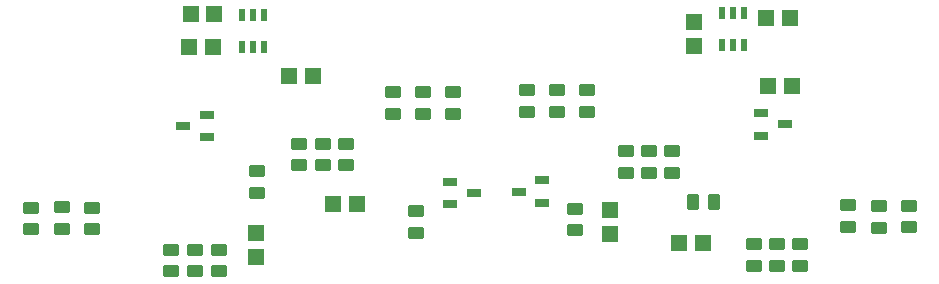
<source format=gbr>
%TF.GenerationSoftware,KiCad,Pcbnew,8.0.0*%
%TF.CreationDate,2024-03-23T23:06:13+02:00*%
%TF.ProjectId,test,74657374-2e6b-4696-9361-645f70636258,rev?*%
%TF.SameCoordinates,Original*%
%TF.FileFunction,Paste,Top*%
%TF.FilePolarity,Positive*%
%FSLAX46Y46*%
G04 Gerber Fmt 4.6, Leading zero omitted, Abs format (unit mm)*
G04 Created by KiCad (PCBNEW 8.0.0) date 2024-03-23 23:06:13*
%MOMM*%
%LPD*%
G01*
G04 APERTURE LIST*
G04 Aperture macros list*
%AMRoundRect*
0 Rectangle with rounded corners*
0 $1 Rounding radius*
0 $2 $3 $4 $5 $6 $7 $8 $9 X,Y pos of 4 corners*
0 Add a 4 corners polygon primitive as box body*
4,1,4,$2,$3,$4,$5,$6,$7,$8,$9,$2,$3,0*
0 Add four circle primitives for the rounded corners*
1,1,$1+$1,$2,$3*
1,1,$1+$1,$4,$5*
1,1,$1+$1,$6,$7*
1,1,$1+$1,$8,$9*
0 Add four rect primitives between the rounded corners*
20,1,$1+$1,$2,$3,$4,$5,0*
20,1,$1+$1,$4,$5,$6,$7,0*
20,1,$1+$1,$6,$7,$8,$9,0*
20,1,$1+$1,$8,$9,$2,$3,0*%
G04 Aperture macros list end*
%ADD10RoundRect,0.250000X0.450000X-0.262500X0.450000X0.262500X-0.450000X0.262500X-0.450000X-0.262500X0*%
%ADD11RoundRect,0.250000X-0.450000X0.262500X-0.450000X-0.262500X0.450000X-0.262500X0.450000X0.262500X0*%
%ADD12RoundRect,0.250000X-0.262500X-0.450000X0.262500X-0.450000X0.262500X0.450000X-0.262500X0.450000X0*%
%ADD13R,1.410000X1.350000*%
%ADD14R,0.600000X1.100000*%
%ADD15R,1.250000X0.700000*%
%ADD16R,1.350000X1.410000*%
G04 APERTURE END LIST*
D10*
%TO.C,R1*%
X186324976Y-50292039D03*
X186324976Y-48467039D03*
%TD*%
D11*
%TO.C,R2*%
X166478154Y-61811222D03*
X166478154Y-63636222D03*
%TD*%
D10*
%TO.C,R3*%
X150523878Y-60073471D03*
X150523878Y-58248471D03*
%TD*%
%TO.C,R4*%
X183168496Y-60383947D03*
X183168496Y-58558947D03*
%TD*%
%TO.C,R5*%
X169670872Y-57012940D03*
X169670872Y-55187940D03*
%TD*%
%TO.C,R6*%
X192524381Y-50129376D03*
X192524381Y-48304376D03*
%TD*%
%TO.C,R7*%
X196603476Y-60165331D03*
X196603476Y-58340331D03*
%TD*%
%TO.C,R8*%
X181244976Y-50292039D03*
X181244976Y-48467039D03*
%TD*%
D11*
%TO.C,R9*%
X177212707Y-52842515D03*
X177212707Y-54667515D03*
%TD*%
%TO.C,R10*%
X200921048Y-53458944D03*
X200921048Y-55283944D03*
%TD*%
D10*
%TO.C,R11*%
X183784976Y-50292039D03*
X183784976Y-48467039D03*
%TD*%
%TO.C,R12*%
X153213624Y-60062760D03*
X153213624Y-58237760D03*
%TD*%
%TO.C,R13*%
X155736343Y-60074279D03*
X155736343Y-58249279D03*
%TD*%
%TO.C,R14*%
X195064381Y-50129376D03*
X195064381Y-48304376D03*
%TD*%
%TO.C,R15*%
X197604381Y-50129376D03*
X197604381Y-48304376D03*
%TD*%
D11*
%TO.C,R16*%
X173265018Y-52836809D03*
X173265018Y-54661809D03*
%TD*%
%TO.C,R17*%
X175241983Y-52841854D03*
X175241983Y-54666854D03*
%TD*%
%TO.C,R18*%
X164467929Y-61808301D03*
X164467929Y-63633301D03*
%TD*%
%TO.C,R19*%
X162447215Y-61808301D03*
X162447215Y-63633301D03*
%TD*%
%TO.C,R20*%
X211732221Y-61357592D03*
X211732221Y-63182592D03*
%TD*%
D12*
%TO.C,R21*%
X206561859Y-57819683D03*
X208386859Y-57819683D03*
%TD*%
D10*
%TO.C,R22*%
X224894143Y-59910658D03*
X224894143Y-58085658D03*
%TD*%
%TO.C,R23*%
X222321647Y-59954632D03*
X222321647Y-58129632D03*
%TD*%
%TO.C,R24*%
X219749151Y-59899697D03*
X219749151Y-58074697D03*
%TD*%
D11*
%TO.C,R25*%
X202875470Y-53457605D03*
X202875470Y-55282605D03*
%TD*%
%TO.C,R26*%
X204826831Y-53457605D03*
X204826831Y-55282605D03*
%TD*%
%TO.C,R27*%
X213702336Y-61354375D03*
X213702336Y-63179375D03*
%TD*%
%TO.C,R28*%
X215662979Y-61354375D03*
X215662979Y-63179375D03*
%TD*%
D13*
%TO.C,C9*%
X212788521Y-42200261D03*
X214788521Y-42200261D03*
%TD*%
%TO.C,C1*%
X176157605Y-57955911D03*
X178157605Y-57955911D03*
%TD*%
%TO.C,C8*%
X212994540Y-47967358D03*
X214994540Y-47967358D03*
%TD*%
%TO.C,C6*%
X207418225Y-61284732D03*
X205418225Y-61284732D03*
%TD*%
%TO.C,C12*%
X172387391Y-47144562D03*
X174387391Y-47144562D03*
%TD*%
%TO.C,C10*%
X165953190Y-44644623D03*
X163953190Y-44644623D03*
%TD*%
D14*
%TO.C,U5*%
X209051087Y-44498323D03*
X210001087Y-44498323D03*
X210951087Y-44498323D03*
X210951087Y-41798323D03*
X210001087Y-41798323D03*
X209051087Y-41798323D03*
%TD*%
D15*
%TO.C,Q3*%
X193845106Y-57844032D03*
X193845106Y-55944032D03*
X191845106Y-56894032D03*
%TD*%
%TO.C,Q1*%
X186021166Y-56088458D03*
X186021166Y-57988458D03*
X188021166Y-57038458D03*
%TD*%
D13*
%TO.C,C11*%
X164067315Y-41884507D03*
X166067315Y-41884507D03*
%TD*%
D16*
%TO.C,C3*%
X199614140Y-58447197D03*
X199614140Y-60447197D03*
%TD*%
D14*
%TO.C,U6*%
X168378866Y-44630959D03*
X169328866Y-44630959D03*
X170278866Y-44630959D03*
X170278866Y-41930959D03*
X169328866Y-41930959D03*
X168378866Y-41930959D03*
%TD*%
D16*
%TO.C,C2*%
X169568741Y-60435233D03*
X169568741Y-62435233D03*
%TD*%
D15*
%TO.C,Q2*%
X165430678Y-52315083D03*
X165430678Y-50415083D03*
X163430678Y-51365083D03*
%TD*%
%TO.C,Q4*%
X212371010Y-50268217D03*
X212371010Y-52168217D03*
X214371010Y-51218217D03*
%TD*%
D16*
%TO.C,C7*%
X206663647Y-44541154D03*
X206663647Y-42541154D03*
%TD*%
M02*

</source>
